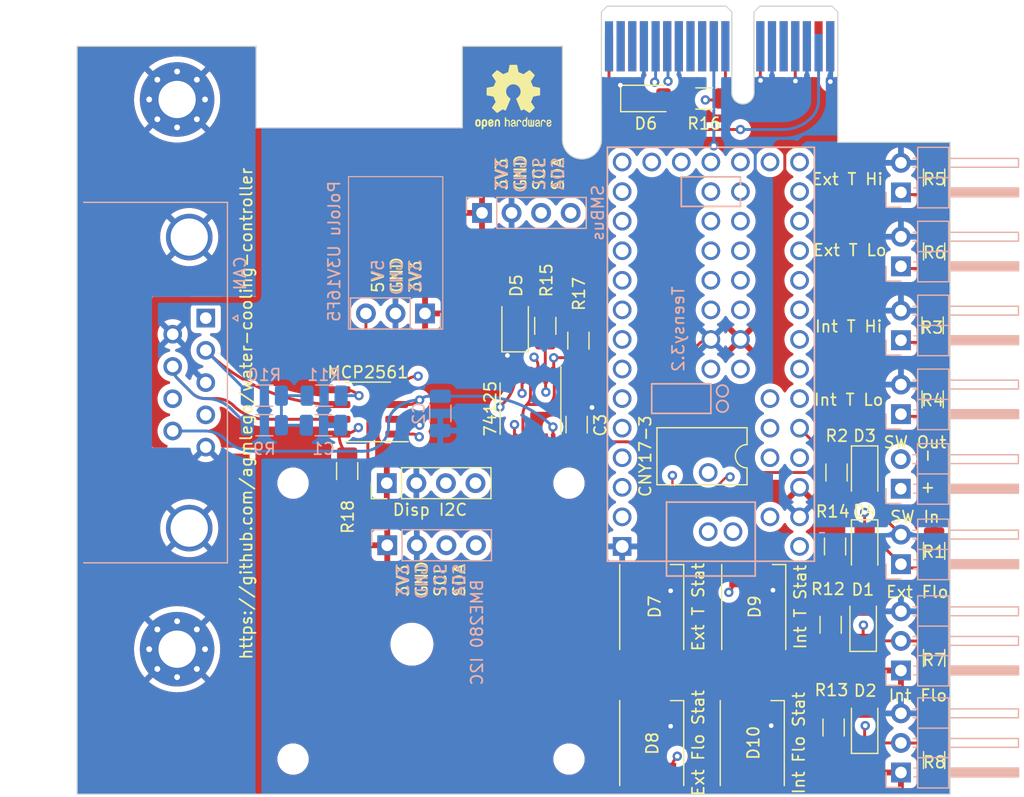
<source format=kicad_pcb>
(kicad_pcb (version 20240108) (generator "pcbnew") (generator_version "8.0")
  (layers (0 "F.Cu" signal) (1 "In1.Cu" signal) (2 "In2.Cu" signal) (31 "B.Cu" signal) (34 "B.Paste" user) (35 "F.Paste" user) (36 "B.SilkS" user "B.Silkscreen") (37 "F.SilkS" user "F.Silkscreen") (38 "B.Mask" user) (39 "F.Mask" user) (44 "Edge.Cuts" user))
  (net 0 "")
  (net 1 "GND")
  (net 2 "Net-(C1-Pad2)")
  (net 3 "+5V")
  (net 4 "EXT_FLOW")
  (net 5 "Net-(D1-A)")
  (net 6 "INT_FLOW")
  (net 7 "Net-(D2-A)")
  (net 8 "Net-(D3-A)")
  (net 9 "FP_PWR_IN")
  (net 10 "Net-(D4-A)")
  (net 11 "Net-(D5-A)")
  (net 12 "Net-(D6-A)")
  (net 13 "Net-(D7-DOUT)")
  (net 14 "Net-(D7-DIN)")
  (net 15 "Net-(D8-DOUT)")
  (net 16 "Net-(D10-DIN)")
  (net 18 "Earth")
  (net 19 "/#PRSNT")
  (net 26 "#PERST")
  (net 31 "SMCLK")
  (net 32 "SMDAT")
  (net 34 "+3.3V")
  (net 40 "/CAN_L")
  (net 41 "unconnected-(J2-Pad4)")
  (net 42 "/CAN_H")
  (net 44 "INT_TEMP_HI")
  (net 45 "GNDA")
  (net 46 "INT_TEMP_LO")
  (net 47 "EXT_TEMP_HI")
  (net 48 "EXT_TEMP_LO")
  (net 49 "I2C_SCL")
  (net 50 "I2C_SDA")
  (net 51 "/FP_PWR+")
  (net 52 "/FP_PWR-")
  (net 53 "FP_PWR_OUT")
  (net 54 "Net-(U2-SPLIT)")
  (net 55 "Net-(U1-2)")
  (net 56 "Net-(U1-5_TX1_PWM)")
  (net 57 "/CAN.STDBY")
  (net 74 "Net-(U1-7_RX3_DOUT)")
  (net 75 "/CAN.RX")
  (net 76 "Net-(U1-3_TX_PWM)")
  (net 92 "/CAN.TX")
  (footprint "Resistor_SMD:R_1206_3216Metric" (layer "F.Cu") (at 169.037 99.695 90)
    (property "Reference" "R12")
    (property "Value" "220" (hide yes))
  )
  (footprint "Resistor_SMD:R_1206_3216Metric" (layer "F.Cu") (at 177.927 102.5505 90)
    (property "Reference" "R7")
    (property "Value" "10k" (hide yes))
  )
  (footprint "Resistor_SMD:R_1206_3216Metric" (layer "F.Cu") (at 177.927 111.3175 90)
    (property "Reference" "R8")
    (property "Value" "10k" (hide yes))
  )
  (footprint "LED_SMD:LED_1206_3216Metric" (layer "F.Cu") (at 171.958 86.614 -90)
    (property "Reference" "D3")
    (property "Value" "GREEN" (hide yes))
  )
  (footprint "Package_DIP:SMDIP-6_W7.62mm" (layer "F.Cu") (at 157.988 85.217 -90)
    (property "Reference" "U3" (hide yes))
    (property "Value" "CNY17-3")
  )
  (footprint "Resistor_SMD:R_1206_3216Metric" (layer "F.Cu") (at 177.927 93.345 -90)
    (property "Reference" "R1")
    (property "Value" "10k" (hide yes))
  )
  (footprint "Resistor_SMD:R_1206_3216Metric" (layer "F.Cu") (at 177.8 73.9755 -90)
    (property "Reference" "R3")
    (property "Value" "100k" (hide yes))
  )
  (footprint "Resistor_SMD:R_1206_3216Metric" (layer "F.Cu") (at 147.3708 75.2856 -90)
    (property "Reference" "R17")
    (property "Value" "10k" (hide yes))
  )
  (footprint "LED_SMD:LED_WS2812B_PLCC4_5.0x5.0mm_P3.2mm" (layer "F.Cu") (at 162.433 98.171 90)
    (property "Reference" "D9")
    (property "Value" "Int T Stat")
  )
  (footprint "Package_SO:SOIC-8_3.9x4.9mm_P1.27mm" (layer "F.Cu") (at 129.286 81.407 180)
    (property "Reference" "U2" (hide yes))
    (property "Value" "MCP2561")
  )
  (footprint "MountingHole:MountingHole_2.2mm_M2" (layer "F.Cu") (at 146.5616 111.2284)
    (property "Reference" "H6" (hide yes))
    (property "Value" "OLED" (hide yes))
  )
  (footprint "Resistor_SMD:R_1206_3216Metric" (layer "F.Cu") (at 169.545 86.614 90)
    (property "Reference" "R2")
    (property "Value" "200" (hide yes))
  )
  (footprint "Resistor_SMD:R_1206_3216Metric" (layer "F.Cu") (at 158.1765 54.483 180)
    (property "Reference" "R16")
    (property "Value" "220" (hide yes))
  )
  (footprint "Resistor_SMD:R_1206_3216Metric" (layer "F.Cu") (at 177.927 61.2755 -90)
    (property "Reference" "R5")
    (property "Value" "100k" (hide yes))
  )
  (footprint "Resistor_SMD:R_1206_3216Metric" (layer "F.Cu") (at 177.927 67.6255 -90)
    (property "Reference" "R6")
    (property "Value" "100k" (hide yes))
  )
  (footprint "LED_SMD:LED_1206_3216Metric" (layer "F.Cu") (at 153.289 54.483)
    (property "Reference" "D6")
    (property "Value" "GREEN" (hide yes))
  )
  (footprint "Capacitor_SMD:C_1206_3216Metric" (layer "F.Cu") (at 147.2184 82.4992 90)
    (property "Reference" "C3")
    (property "Value" "0.1uF" (hide yes))
  )
  (footprint "MountingHole:MountingHole_3.2mm_M3_Pad_Via" (layer "F.Cu") (at 112.9 54.57)
    (property "Reference" "H1" (hide yes))
    (property "Value" "PCIe Bracket" (hide yes))
  )
  (footprint "Connector_PinHeader_2.54mm:PinHeader_1x04_P2.54mm_Vertical" (layer "F.Cu") (at 130.9116 87.5284 90)
    (property "Reference" "J8" (hide yes))
    (property "Value" "Disp I2C")
  )
  (footprint "Symbol:OSHW-Logo2_7.3x6mm_SilkScreen" (layer "F.Cu") (at 141.7828 54.356)
    (property "Reference" "REF**" (hide yes))
    (property "Value" "OSHW-Logo2_7.3x6mm_SilkScreen" (hide yes))
  )
  (footprint "MountingHole:MountingHole_2.2mm_M2" (layer "F.Cu") (at 146.5616 87.5284)
    (property "Reference" "H4" (hide yes))
    (property "Value" "OLED" (hide yes))
  )
  (footprint "MountingHole:MountingHole_2.2mm_M2" (layer "F.Cu") (at 122.8616 111.2284)
    (property "Reference" "H5" (hide yes))
    (property "Value" "OLED" (hide yes))
  )
  (footprint "MountingHole:MountingHole_2.2mm_M2" (layer "F.Cu") (at 122.8616 87.5284)
    (property "Reference" "H3" (hide yes))
    (property "Value" "OLED" (hide yes))
  )
  (footprint "LED_SMD:LED_WS2812B_PLCC4_5.0x5.0mm_P3.2mm" (layer "F.Cu") (at 153.67 109.855 90)
    (property "Reference" "D8")
    (property "Value" "Ext Flo Stat")
  )
  (footprint "LED_SMD:LED_WS2812B_PLCC4_5.0x5.0mm_P3.2mm" (layer "F.Cu") (at 153.67 98.171 90)
    (property "Reference" "D7")
    (property "Value" "Ext T Stat")
  )
  (footprint "Resistor_SMD:R_1206_3216Metric" (layer "F.Cu") (at 169.291 108.5195 90)
    (property "Reference" "R13")
    (property "Value" "220" (hide yes))
  )
  (footprint "Resistor_SMD:R_1206_3216Metric" (layer "F.Cu") (at 127.508 86.487 90)
    (property "Reference" "R18")
    (property "Value" "10k" (hide yes))
  )
  (footprint "LED_SMD:LED_1206_3216Metric" (layer "F.Cu") (at 171.831 99.695 90)
    (property "Reference" "D1")
    (property "Value" "GREEN" (hide yes))
  )
  (footprint "LED_SMD:LED_1206_3216Metric" (layer "F.Cu") (at 141.9352 73.9648 90)
    (property "Reference" "D5")
    (property "Value" "GREEN" (hide yes))
  )
  (footprint "Package_SO:TSSOP-14_4.4x5mm_P0.65mm" (layer "F.Cu") (at 143.256 81.1276 -90)
    (property "Reference" "U5" (hide yes))
    (property "Value" "74125")
  )
  (footprint "LED_SMD:LED_1206_3216Metric" (layer "F.Cu") (at 171.958 108.458 90)
    (property "Reference" "D2")
    (property "Value" "GREEN" (hide yes))
  )
  (footprint "LED_SMD:LED_1206_3216Metric" (layer "F.Cu") (at 171.958 92.964 -90)
    (property "Reference" "D4")
    (property "Value" "GREEN" (hide yes))
  )
  (footprint "Resistor_SMD:R_1206_3216Metric" (layer "F.Cu") (at 169.418 92.964 -90)
    (property "Reference" "R14")
    (property "Value" "220" (hide yes))
  )
  (footprint "LED_SMD:LED_WS2812B_PLCC4_5.0x5.0mm_P3.2mm" (layer "F.Cu") (at 162.306 109.855 90)
    (property "Reference" "D10")
    (property "Value" "Int Flo Stat")
  )
  (footprint "Resistor_SMD:R_1206_3216Metric" (layer "F.Cu") (at 177.8 80.3255 -90)
    (property "Reference" "R4")
    (property "Value" "100k" (hide yes))
  )
  (footprint "Resistor_SMD:R_1206_3216Metric" (layer "F.Cu") (at 144.526 74.0156 90)
    (property "Reference" "R15")
    (property "Value" "220" (hide yes))
  )
  (footprint "MountingHole:MountingHole_3.2mm_M3" (layer "F.Cu") (at 133.0706 101.3624)
    (property "Reference" "H7" (hide yes))
    (property "Value" "BME280" (hide yes))
  )
  (footprint "MountingHole:MountingHole_3.2mm_M3_Pad_Via" (layer "F.Cu") (at 112.9 101.79)
    (property "Reference" "H2" (hide yes))
    (property "Value" "PCIe Bracket" (hide yes))
  )
  (footprint "Connector_PinHeader_2.54mm:PinHeader_1x02_P2.54mm_Horizontal" (layer "B.Cu") (at 175.076 62.5505)
    (property "Reference" "J5" (hide yes))
    (property "Value" "Ext T Hi")
  )
  (footprint "Connector_Dsub:DSUB-9_Female_Horizontal_P2.77x2.84mm_EdgePinOffset7.70mm_Housed_MountingHolesOffset9.12mm" (layer "B.Cu") (at 115.362 73.35 90)
    (property "Reference" "J2" (hide yes))
    (property "Value" "CAN")
  )
  (footprint "Connector_PinHeader_2.54mm:PinHeader_1x02_P2.54mm_Horizontal" (layer "B.Cu") (at 175.076 94.488)
    (property "Reference" "J11" (hide yes))
    (property "Value" "SW In")
  )
  (footprint "Resistor_SMD:R_1206_3216Metric" (layer "B.Cu") (at 120.396 80.01 180)
    (property "Reference" "R10")
    (property "Value" "60" (hide yes))
  )
  (footprint "Connector_PinHeader_2.54mm:PinHeader_1x03_P2.54mm_Horizontal" (layer "B.Cu") (at 175.076 112.38)
    (property "Reference" "J9" (hide yes))
    (property "Value" "Int Flo")
  )
  (footprint "Connector_PinHeader_2.54mm:PinHeader_1x02_P2.54mm_Horizontal" (layer "B.Cu") (at 175.063 88.006)
    (property "Reference" "J12" (hide yes))
    (property "Value" "SW Out")
  )
  (footprint "Connector_PinHeader_2.54mm:PinHeader_1x03_P2.54mm_Vertical" (layer "B.Cu") (at 134.1986 72.9488 90)
    (property "Reference" "U4" (hide yes))
    (property "Value" "Pololu U3V16F5")
  )
  (footprint "Capacitor_SMD:C_1206_3216Metric" (layer "B.Cu") (at 135.509 81.534 -90)
    (property "Reference" "C2")
    (property "Value" "0.1uF")
  )
  (footprint "Connector_PinHeader_2.54mm:PinHeader_1x04_P2.54mm_Vertical" (layer "B.Cu") (at 139.0904 64.3128 -90)
    (property "Reference" "J13" (hide yes))
    (property "Value" "SMBus")
  )
  (footprint "Connector_PinHeader_2.54mm:PinHeader_1x03_P2.54mm_Horizontal" (layer "B.Cu") (at 175.076 103.617)
    (property "Reference" "J10" (hide yes))
    (property "Value" "Ext Flo")
  )
  (footprint "Connector_PinHeader_2.54mm:PinHeader_1x02_P2.54mm_Horizontal" (layer "B.Cu") (at 175.076 81.6005)
    (property "Reference" "J4" (hide yes))
    (property "Value" "Int T Lo")
  )
  (footprint "Capacitor_SMD:C_1206_3216Metric" (layer "B.Cu") (at 125.476 82.55 180)
    (property "Reference" "C1")
    (property "Value" "4700pF" (hide yes))
  )
  (footprint "Connector_PinHeader_2.54mm:PinHeader_1x04_P2.54mm_Vertical" (layer "B.Cu") (at 130.9506 92.8624 -90)
    (property "Reference" "J7" (hide yes))
    (property "Value" "BME280 I2C")
  )
  (footprint "Resistor_SMD:R_1206_3216Metric" (layer "B.Cu") (at 125.524214 80.01)
    (property "Reference" "R11")
    (property "Value" "300" (hide yes))
  )
  (footprint "Connector_PinHeader_2.54mm:PinHeader_1x02_P2.54mm_Horizontal" (layer "B.Cu") (at 175.076 68.9005)
    (property "Reference" "J6" (hide yes))
    (property "Value" "Ext T Lo")
  )
  (footprint "Resistor_SMD:R_1206_3216Metric" (layer "B.Cu") (at 120.396 82.55)
    (property "Reference" "R9")
    (property "Value" "60" (hide yes))
  )
  (footprint "Connector_PCBEdge:BUS_PCIexpress_x1" (layer "B.Cu") (at 150 50)
    (property "Reference" "J1" (hide yes))
    (property "Value" "Bus_PCI_Express_x1" (hide yes))
    (fp_line (start -0.65 -2.95) (end -0.15 -3.45) (stroke (width 0.1)) (layer "Edge.Cuts"))
    (fp_line (start -0.65 4.95) (end -0.65 -2.95) (stroke (width 0.1)) (layer "Edge.Cuts"))
    (fp_line (start -0.15 -3.45) (end 10.05 -3.45) (stroke (width 0.1)) (layer "Edge.Cuts"))
    (fp_line (start 10.55 -2.95) (end 10.05 -3.45) (stroke (width 0.1)) (layer "Edge.Cuts"))
    (fp_line (start 10.55 4) (end 10.55 -2.95) (stroke (width 0.1)) (layer "Edge.Cuts"))
    (fp_line (start 12.45 -2.95) (end 12.95 -3.45) (stroke (width 0.1)) (layer "Edge.Cuts"))
    (fp_line (start 12.45 4) (end 12.45 -2.95) (stroke (width 0.1)) (layer "Edge.Cuts"))
    (fp_line (start 12.95 -3.45) (end 19.15 -3.45) (stroke (width 0.1)) (layer "Edge.Cuts"))
    (fp_line (start 19.65 -2.95) (end 19.15 -3.45) (stroke (width 0.1)) (layer "Edge.Cuts"))
    (fp_line (start 19.65 4.95) (end 19.65 -2.95) (stroke (width 0.1)) (layer "Edge.Cuts"))
    (fp_arc (start 12.45 4) (mid 11.5 4.95) (end 10.55 4) (stroke (width 0.1)) (layer "Edge.Cuts"))
  )
  (footprint "teensy:Teensy30_31_32_All_Pins" (layer "B.Cu") (at 158.75 76.454 90)
    (property "Reference" "U1" (hide yes))
    (property "Value" "Teensy3.2")
  )
  (footprint "Connector_PinHeader_2.54mm:PinHeader_1x02_P2.54mm_Horizontal" (layer "B.Cu") (at 175.076 75.2505)
    (property "Reference" "J3" (hide yes))
    (property "Value" "Int T Hi")
  )
  (gr_rect (start 127.6236 61.1973) (end 135.7236 74.2973) (stroke (width 0.1)) (fill none) (layer "B.SilkS"))
  (gr_line (start 119.7 50) (end 119.7 57) (stroke (width 0.1)) (layer "Edge.Cuts"))
  (gr_line (start 104.3 50) (end 119.7 50) (stroke (width 0.1)) (layer "Edge.Cuts"))
  (gr_line (start 169.65 54.95) (end 169.65 58.25) (stroke (width 0.1)) (layer "Edge.Cuts"))
  (gr_line (start 137.4 57) (end 119.7 57) (stroke (width 0.1)) (layer "Edge.Cuts"))
  (gr_line (start 179.3 114.25) (end 179.3 58.25) (stroke (width 0.1)) (layer "Edge.Cuts"))
  (gr_line (start 146 50) (end 146 58) (stroke (width 0.1)) (layer "Edge.Cuts"))
  (gr_line (start 104.3 114.25) (end 179.3 114.25) (stroke (width 0.1)) (layer "Edge.Cuts"))
  (gr_arc (start 149.352 58) (mid 147.676 59.676) (end 146 58) (stroke (width 0.1)) (layer "Edge.Cuts"))
  (gr_line (start 149.352 58) (end 149.352 54.95) (stroke (width 0.1)) (layer "Edge.Cuts"))
  (gr_line (start 137.4 57) (end 137.4 50) (stroke (width 0.1)) (layer "Edge.Cuts"))
  (gr_line (start 104.3 50) (end 104.3 114.25) (stroke (width 0.1)) (layer "Edge.Cuts"))
  (gr_line (start 137.4 50) (end 146 50) (stroke (width 0.1)) (layer "Edge.Cuts"))
  (gr_line (start 179.3 58.25) (end 169.65 58.25) (stroke (width 0.1)) (layer "Edge.Cuts"))
  (gr_text "3V3\nGND\nSCL\nSDA" (at 146.2024 59.436 90) (layer "B.SilkS") (effects (font (size 1 1)) (justify left bottom mirror)))
  (gr_text "5V\nGND\n3V3" (at 133.9596 68.2244 90) (layer "B.SilkS") (effects (font (size 1 1)) (justify left bottom mirror)))
  (gr_text "3V3\nGND\nSCL\nSDA" (at 137.7188 94.3356 90) (layer "B.SilkS") (effects (font (size 1 1)) (justify left bottom mirror)))
  (gr_text "3V3\nGND\nSCL\nSDA" (at 137.7188 97.3836 90) (layer "F.SilkS") (effects (font (size 1 1)) (justify left bottom)))
  (gr_text "5V\nGND\n3V3" (at 133.9596 71.2724 90) (layer "F.SilkS") (effects (font (size 1 1)) (justify left bottom)))
  (gr_text "https://github.com/agmlego/water-cooling-controller" (at 119.4308 102.7684 90) (layer "F.SilkS") (effects (font (size 1 1)) (justify left bottom)))
  (gr_text "+  -" (at 177.9016 88.646 90) (layer "F.SilkS") (effects (font (size 1 1)) (justify left bottom)))
  (gr_text "3V3\nGND\nSCL\nSDA" (at 146.2024 62.484 90) (layer "F.SilkS") (effects (font (size 1 1)) (justify left bottom)))
  (segment (start 147.2184 81.0242) (end 148.534855 81.0242) (width 0.25) (layer "F.Cu") (net 1))
  (segment (start 175.076 91.948) (end 173.971318 90.843318) (width 0.25) (layer "F.Cu") (net 1))
  (segment (start 169 50) (end 169 53.007196) (width 0.25) (layer "F.Cu") (net 1))
  (segment (start 164.083 95.721) (end 164.083 96.720786) (width 0.25) (layer "F.Cu") (net 1))
  (segment (start 155.32 107.405) (end 155.32 108.348294) (width 0.25) (layer "F.Cu") (net 1))
  (segment (start 166 50) (end 166 52.949636) (width 0.25) (layer "F.Cu") (net 1))
  (segment (start 131.761 82.042) (end 132.50458 82.042) (width 0.25) (layer "F.Cu") (net 1))
  (segment (start 173.482 89.662) (end 173.482 87.385025) (width 0.25) (layer "F.Cu") (net 1))
  (segment (start 141.560151 76.27025) (end 141.2748 76.5556) (width 0.25) (layer "F.Cu") (net 1))
  (segment (start 158.75 75.184) (end 158.653815 75.184) (width 0.25) (layer "F.Cu") (net 1))
  (segment (start 163.956 107.405) (end 163.956 108.297494) (width 0.25) (layer "F.Cu") (net 1))
  (segment (start 157.226 76.79142) (end 157.226 79.56737) (width 0.25) (layer "F.Cu") (net 1))
  (segment (start 155.32 95.721) (end 155.32 96.715094) (width 0.25) (layer "F.Cu") (net 1))
  (segment (start 151.725234 54.087634) (end 150.9776 53.34) (width 0.25) (layer "F.Cu") (net 1))
  (segment (start 172.847 85.852) (end 172.386484 85.391484) (width 0.25) (layer "F.Cu") (net 1))
  (segment (start 141.306 78.2651) (end 141.306 76.630923) (width 0.25) (layer "F.Cu") (net 1))
  (segment (start 163 50) (end 163 52.892076) (width 0.25) (layer "F.Cu") (net 1))
  (segment (start 153 50) (end 153 51.800809) (width 0.25) (layer "F.Cu") (net 1))
  (via (at 155.2956 96.774) (size 0.8) (drill 0.4) (layers "F.Cu" "B.Cu") (net 1))
  (via (at 141.2748 76.5556) (size 0.8) (drill 0.4) (layers "F.Cu" "B.Cu") (net 1))
  (via (at 163.9316 108.3564) (size 0.8) (drill 0.4) (layers "F.Cu" "B.Cu") (net 1))
  (via (at 148.5392 81.026) (size 0.8) (drill 0.4) (layers "F.Cu" "B.Cu") (net 1))
  (via (at 166.0144 52.9844) (size 0.8) (drill 0.4) (layers "F.Cu" "B.Cu") (net 1))
  (via (at 150.9776 53.34) (size 0.8) (drill 0.4) (layers "F.Cu" "B.Cu") (net 1))
  (via (at 169.0116 53.0352) (size 0.8) (drill 0.4) (layers "F.Cu" "B.Cu") (net 1))
  (via (at 155.2956 108.4072) (size 0.8) (drill 0.4) (layers "F.Cu" "B.Cu") (net 1))
  (via (at 133.731 82.55) (size 0.8) (drill 0.4) (layers "F.Cu" "B.Cu") (net 1))
  (via (at 163.0172 52.9336) (size 0.8) (drill 0.4) (layers "F.Cu" "B.Cu") (net 1))
  (via (at 164.084 96.7232) (size 0.8) (drill 0.4) (layers "F.Cu" "B.Cu") (net 1))
  (arc (start 141.306 76.630923) (mid 141.297891 76.590158) (end 141.2748 76.5556) (width 0.25) (layer "F.Cu") (net 1))
  (arc (start 173.482 87.385025) (mid 173.316969 86.555358) (end 172.847 85.852) (width 0.25) (layer "F.Cu") (net 1))
  (arc (start 169 53.007196) (mid 169.003014 53.022351) (end 169.0116 53.0352) (width 0.25) (layer "F.Cu") (net 1))
  (arc (start 166 52.949636) (mid 166.003742 52.96845) (end 166.0144 52.9844) (width 0.25) (layer "F.Cu") (net 1))
  (arc (start 155.32 96.715094) (mid 155.313658 96.746973) (end 155.2956 96.774) (width 0.25) (layer "F.Cu") (net 1))
  (arc (start 155.32 108.348294) (mid 155.313658 108.380173) (end 155.2956 108.4072) (width 0.25) (layer "F.Cu") (net 1))
  (arc (start 172.386484 85.391484) (mid 172.189894 85.260126) (end 171.958 85.214) (width 0.25) (layer "F.Cu") (net 1))
  (arc (start 132.50458 82.042) (mid 133.168313 82.174025) (end 133.731 82.55) (width 0.25) (layer "F.Cu") (net 1))
  (arc (start 163.956 108.297494) (mid 163.949658 108.329373) (end 163.9316 108.3564) (width 0.25) (layer "F.Cu") (net 1))
  (arc (start 153 51.800809) (mid 152.711261 53.2524) (end 151.889 54.483) (width 0.25) (layer "F.Cu") (net 1))
  (arc (start 158.653815 75.184) (mid 158.156015 75.283018) (end 157.734 75.565) (width 0.25) (layer "F.Cu") (net 1))
  (arc (start 157.226 79.56737) (mid 157.424037 80.56297) (end 157.988 81.407) (width 0.25) (layer "F.Cu") (net 1))
  (arc (start 173.971318 90.843318) (mid 173.60917 90.301325) (end 173.482 89.662) (width 0.25) (layer "F.Cu") (net 1))
  (arc (start 141.9352 75.3648) (mid 141.837728 75.854826) (end 141.560151 76.27025) (width 0.25) (layer "F.Cu") (net 1))
  (arc (start 151.889 54.483) (mid 151.846439 54.269029) (end 151.725234 54.087634) (width 0.25) (layer "F.Cu") (net 1))
  (arc (start 163 52.892076) (mid 163.00447 52.914548) (end 163.0172 52.9336) (width 0.25) (layer "F.Cu") (net 1))
  (arc (start 157.734 75.565) (mid 157.358025 76.127686) (end 157.226 76.79142) (width 0.25) (layer "F.Cu") (net 1))
  (arc (start 148.534855 81.0242) (mid 148.537207 81.024668) (end 148.5392 81.026) (width 0.25) (layer "F.Cu") (net 1))
  (arc (start 164.083 96.720786) (mid 164.083259 96.722092) (end 164.084 96.7232) (width 0.25) (layer "F.Cu") (net 1))
  (segment (start 162.56 58.8264) (end 162.56 61.2648) (width 0.25) (layer "B.Cu") (net 1))
  (segment (start 166.6748 57.5056) (end 166.2684 57.912) (width 0.25) (layer "B.Cu") (net 1))
  (segment (start 166.2684 57.912) (end 164.4904 57.912) (width 0.25) (layer "B.Cu") (net 1))
  (segment (start 114.1476 72.136) (end 116.6368 72.136) (width 0.25) (layer "B.Cu") (net 1))
  (segment (start 121.8585 82.55) (end 124.001 82.55) (width 0.25) (layer "B.Cu") (net 2))
  (segment (start 121.8585 82.55) (end 121.8585 80.01) (width 0.25) (layer "B.Cu") (net 2))
  (segment (start 121.8585 80.01) (end 124.061714 80.01) (width 0.25) (layer "B.Cu") (net 2))
  (segment (start 157.8864 109.8804) (end 157.8864 98.8568) (width 0.25) (layer "F.Cu") (net 3))
  (segment (start 152.7048 99.314) (end 152.459962 99.558838) (width 0.25) (layer "F.Cu") (net 3))
  (segment (start 129.1186 72.9488) (end 129.1186 78.032557) (width 0.25) (layer "F.Cu") (net 3))
  (segment (start 160.656 112.305) (end 160.656 111.932555) (width 0.25) (layer "F.Cu") (net 3))
  (segment (start 129.8956 79.9084) (end 130.05082 80.06362) (width 0.25) (layer "F.Cu") (net 3))
  (segment (start 128.133659 87.9495) (end 127.508 87.9495) (width 0.25) (layer "F.Cu") (net 3))
  (segment (start 129.286 82.423) (end 129.286 86.710185) (width 0.25) (layer "F.Cu") (net 3))
  (segment (start 131.761 80.772) (end 131.02042 80.772) (width 0.25) (layer "F.Cu") (net 3))
  (segment (start 160.1216 110.6424) (end 160.006179 110.526979) (width 0.25) (layer "F.Cu") (net 3))
  (segment (start 158.89518 98.8568) (end 157.8864 98.8568) (width 0.25) (layer "F.Cu") (net 3))
  (segment (start 153.924 98.8568) (end 153.808578 98.8568) (width 0.25) (layer "F.Cu") (net 3))
  (segment (start 151.407273 83.9742) (end 147.2184 83.9742) (width 0.25) (layer "F.Cu") (net 3))
  (segment (start 129.794 81.28) (end 129.735013 81.338987) (width 0.25) (layer "F.Cu") (net 3))
  (segment (start 160.362413 99.605613) (end 160.1216 99.3648) (width 0.25) (layer "F.Cu") (net 3))
  (segment (start 153.924 98.8568) (end 153.924 86.134262) (width 0.25) (layer "F.Cu") (net 3))
  (segment (start 131.761 80.772) (end 132.811185 80.772) (width 0.25) (layer "F.Cu") (net 3))
  (segment (start 157.8864 98.8568) (end 153.924 98.8568) (width 0.25) (layer "F.Cu") (net 3))
  (segment (start 145.1864 82.7024) (end 145.1864 83.942782) (width 0.25) (layer "F.Cu") (net 3))
  (segment (start 158.4452 109.8804) (end 157.8864 109.8804) (width 0.25) (layer "F.Cu") (net 3))
  (segment (start 157.8864 109.8804) (end 154.053862 109.8804) (width 0.25) (layer "F.Cu") (net 3))
  (segment (start 152.02 112.092453) (end 152.02 112.305) (width 0.25) (layer "F.Cu") (net 3))
  (segment (start 147.2184 83.9742) (end 145.244385 83.9742) (width 0.25) (layer "F.Cu") (net 3))
  (via (at 145.1864 82.7024) (size 0.8) (drill 0.4) (layers "F.Cu" "B.Cu") (net 3))
  (via (at 133.731 80.391) (size 0.8) (drill 0.4) (layers "F.Cu" "B.Cu") (net 3))
  (arc (start 128.905 87.63) (mid 128.551106 87.866464) (end 128.133659 87.9495) (width 0.25) (layer "F.Cu") (net 3))
  (arc (start 153.808578 98.8568) (mid 153.211218 98.975622) (end 152.7048 99.314) (width 0.25) (layer "F.Cu") (net 3))
  (arc (start 145.244385 83.9742) (mid 145.223612 83.978332) (end 145.206 83.9901) (width 0.25) (layer "F.Cu") (net 3))
  (arc (start 160.006179 110.526979) (mid 159.289997 110.04844) (end 158.4452 109.8804) (width 0.25) (layer "F.Cu") (net 3))
  (arc (start 129.286 86.710185) (mid 129.186981 87.207985) (end 128.905 87.63) (width 0.25) (layer "F.Cu") (net 3))
  (arc (start 160.783 100.621) (mid 160.673693 100.071477) (end 160.362413 99.605613) (width 0.25) (layer "F.Cu") (net 3))
  (arc (start 152.7048 110.4392) (mid 152.197974 111.197719) (end 152.02 112.092453) (width 0.25) (layer "F.Cu") (net 3))
  (arc (start 129.735013 81.338987) (mid 129.402695 81.836336) (end 129.286 82.423) (width 0.25) (layer "F.Cu") (net 3))
  (arc (start 145.1864 83.942782) (mid 145.191494 83.96839) (end 145.206 83.9901) (width 0.25) (layer "F.Cu") (net 3))
  (arc (start 160.1216 99.3648) (mid 159.558914 98.988825) (end 158.89518 98.8568) (width 0.25) (layer "F.Cu") (net 3))
  (arc (start 153.924 86.134262) (mid 153.778773 85.404155) (end 153.3652 84.7852) (width 0.25) (layer "F.Cu") (net 3))
  (arc (start 132.811185 80.772) (mid 133.308985 80.672982) (end 133.731 80.391) (width 0.25) (layer "F.Cu") (net 3))
  (arc (start 130.05082 80.06362) (mid 130.835457 80.587898) (end 131.761 80.772) (width 0.25) (layer "F.Cu") (net 3))
  (arc (start 131.02042 80.772) (mid 130.356687 80.904024) (end 129.794 81.28) (width 0.25) (layer "F.Cu") (net 3))
  (arc (start 154.053862 109.8804) (mid 153.323755 110.025627) (end 152.7048 110.4392) (width 0.25) (layer "F.Cu") (net 3))
  (arc (start 160.656 111.932555) (mid 160.517115 111.234329) (end 160.1216 110.6424) (width 0.25) (layer "F.Cu") (net 3))
  (arc (start 153.3652 84.7852) (mid 152.466896 84.184972) (end 151.407273 83.9742) (width 0.25) (layer "F.Cu") (net 3))
  (arc (start 152.459962 99.558838) (mid 152.134342 100.046161) (end 152.02 100.621) (width 0.25) (layer "F.Cu") (net 3))
  (arc (start 129.1186 78.032557) (mid 129.320535 79.047755) (end 129.8956 79.9084) (width 0.25) (layer "F.Cu") (net 3))
  (segment (start 133.667435 80.391) (end 133.731 80.391) (width 0.25) (layer "B.Cu") (net 3))
  (segment (start 135.509 80.059) (end 134.532518 80.059) (width 0.25) (layer "B.Cu") (net 3))
  (segment (start 112.522 83.045) (end 115.294827 83.045) (width 0.25) (layer "B.Cu") (net 3))
  (segment (start 119.49604 84.7852) (end 128.860054 84.7852) (width 0.25) (layer "B.Cu") (net 3))
  (segment (start 135.509 80.059) (end 138.804668 80.059) (width 0.25) (layer "B.Cu") (net 3))
  (segment (start 131.064 82.653096) (end 131.064 82.383778) (width 0.25) (layer "B.Cu") (net 3))
  (arc (start 131.5212 81.28) (mid 132.505901 80.622044) (end 133.667435 80.391) (width 0.25) (layer "B.Cu") (net 3))
  (arc (start 131.064 82.383778) (mid 131.182822 81.786418) (end 131.5212 81.28) (width 0.25) (layer "B.Cu") (net 3))
  (arc (start 130.4544 84.1248) (mid 130.90557 83.449576) (end 131.064 82.653096) (width 0.25) (layer "B.Cu") (net 3))
  (arc (start 138.804668 80.059) (mid 142.258436 80.745997) (end 145.1864 82.7024) (width 0.25) (layer "B.Cu") (net 3))
  (arc (start 117.0432 83.7692) (mid 118.168573 84.52115) (end 119.49604 84.7852) (width 0.25) (layer "B.Cu") (net 3))
  (arc (start 134.532518 80.059) (mid 134.09874 80.145284) (end 133.731 80.391) (width 0.25) (layer "B.Cu") (net 3))
  (arc (start 128.860054 84.7852) (mid 129.722907 84.613568) (end 130.4544 84.1248) (width 0.25) (layer "B.Cu") (net 3))
  (arc (start 115.294827 83.045) (mid 116.241039 83.233214) (end 117.0432 83.7692) (width 0.25) (layer "B.Cu") (net 3))
  (segment (start 171.831 101.095) (end 171.831 99.781721) (width 0.25) (layer "F.Cu") (net 4))
  (segment (start 177.927 101.088) (end 175.102556 101.088) (width 0.25) (layer "F.Cu") (net 4))
  (segment (start 175.076 101.077) (end 171.874455 101.077) (width 0.25) (layer "F.Cu") (net 4))
  (via (at 171.8564 99.7204) (size 0.8) (drill 0.4) (layers "F.Cu" "B.Cu") (net 4))
  (arc (start 171.831 99.781721) (mid 171.837601 99.748535) (end 171.8564 99.7204) (width 0.25) (layer "F.Cu") (net 4))
  (arc (start 171.874455 101.077) (mid 171.850938 101.081678) (end 171.831 101.095) (width 0.25) (layer "F.Cu") (net 4))
  (arc (start 175.102556 101.088) (mid 175.088184 101.085141) (end 175.076 101.077) (width 0.25) (layer "F.Cu") (net 4))
  (segment (start 171.831 98.295) (end 169.187888 98.295) (width 0.25) (layer "F.Cu") (net 5))
  (arc (start 169.187888 98.295) (mid 169.106228 98.278757) (end 169.037 98.2325) (width 0.25) (layer "F.Cu") (net 5))
  (segment (start 171.958 109.858) (end 171.958 108.479042) (width 0.25) (layer "F.Cu") (net 6))
  (segment (start 177.927 109.855) (end 175.112213 109.855) (width 0.25) (layer "F.Cu") (net 6))
  (segment (start 175.076 109.84) (end 172.001455 109.84) (width 0.25) (layer "F.Cu") (net 6))
  (via (at 172.0088 108.3564) (size 0.8) (drill 0.4) (layers "F.Cu" "B.Cu") (net 6))
  (arc (start 171.958 108.479042) (mid 171.971202 108.412669) (end 172.0088 108.3564) (width 0.25) (layer "F.Cu") (net 6))
  (arc (start 175.112213 109.855) (mid 175.092615 109.851102) (end 175.076 109.84) (width 0.25) (layer "F.Cu") (net 6))
  (arc (start 172.001455 109.84) (mid 171.977938 109.844678) (end 171.958 109.858) (width 0.25) (layer "F.Cu") (net 6))
  (segment (start 171.958 107.058) (end 169.293414 107.058) (width 0.25) (layer "F.Cu") (net 7))
  (arc (start 169.293414 107.058) (mid 169.292108 107.057741) (end 169.291 107.057) (width 0.25) (layer "F.Cu") (net 7))
  (segment (start 160.528 81.407) (end 160.528 85.186185) (width 0.25) (layer "F.Cu") (net 8))
  (segment (start 162.13542 86.614) (end 166.878 86.614) (width 0.25) (layer "F.Cu") (net 8))
  (segment (start 168.93421 87.46571) (end 169.545 88.0765) (width 0.25) (layer "F.Cu") (net 8))
  (segment (start 171.958 88.014) (end 169.695888 88.014) (width 0.25) (layer "F.Cu") (net 8))
  (arc (start 166.878 86.614) (mid 167.990813 86.835352) (end 168.93421 87.46571) (width 0.25) (layer "F.Cu") (net 8))
  (arc (start 160.909 86.106) (mid 161.471687 86.481975) (end 162.13542 86.614) (width 0.25) (layer "F.Cu") (net 8))
  (arc (start 169.695888 88.014) (mid 169.614228 88.030243) (end 169.545 88.0765) (width 0.25) (layer "F.Cu") (net 8))
  (arc (start 160.528 85.186185) (mid 160.627019 85.683986) (end 160.909 86.106) (width 0.25) (layer "F.Cu") (net 8))
  (segment (start 175.076 94.488) (end 172.289179 91.701179) (width 0.25) (layer "F.Cu") (net 9))
  (segment (start 171.958 91.564) (end 171.958 90.043) (width 0.25) (layer "F.Cu") (net 9))
  (segment (start 177.927 94.8075) (end 175.847341 94.8075) (width 0.25) (layer "F.Cu") (net 9))
  (via (at 171.958 90.043) (size 0.8) (drill 0.4) (layers "F.Cu" "B.Cu") (net 9))
  (arc (start 175.847341 94.8075) (mid 175.429895 94.724465) (end 175.076 94.488) (width 0.25) (layer "F.Cu") (net 9))
  (arc (start 172.289179 91.701179) (mid 172.137234 91.599652) (end 171.958 91.564) (width 0.25) (layer "F.Cu") (net 9))
  (segment (start 171.958 94.364) (end 169.568888 94.364) (width 0.25) (layer "F.Cu") (net 10))
  (arc (start 169.568888 94.364) (mid 169.487228 94.380243) (end 169.418 94.4265) (width 0.25) (layer "F.Cu") (net 10))
  (segment (start 144.526 72.5531) (end 141.963446 72.5531) (width 0.25) (layer "F.Cu") (net 11))
  (arc (start 141.963446 72.5531) (mid 141.94816 72.55614) (end 141.9352 72.5648) (width 0.25) (layer "F.Cu") (net 11))
  (segment (start 154.689 54.483) (end 156.714 54.483) (width 0.25) (layer "F.Cu") (net 12))
  (segment (start 153.8224 103.7336) (end 153.341583 104.214417) (width 0.25) (layer "F.Cu") (net 13))
  (segment (start 154.178023 103.377978) (end 153.8224 103.7336) (width 0.25) (layer "F.Cu") (net 13))
  (arc (start 153.341583 104.214417) (mid 152.363468 105.678269) (end 152.02 107.405) (width 0.25) (layer "F.Cu") (net 13))
  (arc (start 155.32 100.621) (mid 155.02321 102.113065) (end 154.178023 103.377978) (width 0.25) (layer "F.Cu") (net 13))
  (segment (start 152.02 95.721) (end 144.384378 95.721) (width 0.25) (layer "F.Cu") (net 14))
  (segment (start 142.394954 94.896953) (end 142.1892 94.6912) (width 0.25) (layer "F.Cu") (net 14))
  (segment (start 141.224 92.361002) (end 141.224 84.188065) (width 0.25) (layer "F.Cu") (net 14))
  (arc (start 141.224 84.188065) (mid 141.245311 84.080928) (end 141.306 83.9901) (width 0.25) (layer "F.Cu") (net 14))
  (arc (start 142.1892 94.6912) (mid 141.474848 93.622096) (end 141.224 92.361002) (width 0.25) (layer "F.Cu") (net 14))
  (arc (start 144.384378 95.721) (mid 143.307709 95.506837) (end 142.394954 94.896953) (width 0.25) (layer "F.Cu") (net 14))
  (via (at 160.290571 96.909829) (size 0.8) (drill 0.4) (layers "F.Cu" "B.Cu") (net 15))
  (via (at 155.866311 110.98609) (size 0.8) (drill 0.4) (layers "F.Cu" "B.Cu") (net 15))
  (arc (start 160.290571 96.909829) (mid 160.655022 96.36439) (end 160.783 95.721) (width 0.25) (layer "F.Cu") (net 15))
  (arc (start 155.32 112.305) (mid 155.461981 111.591211) (end 155.866311 110.98609) (width 0.25) (layer "F.Cu") (net 15))
  (segment (start 162.923062 103.421338) (end 161.86982 104.47458) (width 0.25) (layer "F.Cu") (net 16))
  (arc (start 161.86982 104.47458) (mid 160.971461 105.819068) (end 160.656 107.405) (width 0.25) (layer "F.Cu") (net 16))
  (arc (start 164.083 100.621) (mid 163.781542 102.136532) (end 162.923062 103.421338) (width 0.25) (layer "F.Cu") (net 16))
  (segment (start 150 50.55) (end 150 54.88636) (width 0.25) (layer "F.Cu") (net 19))
  (segment (start 152.46163 57.15) (end 161.29 57.15) (width 0.25) (layer "F.Cu") (net 19))
  (via (at 161.29 57.15) (size 0.8) (drill 0.4) (layers "F.Cu" "B.Cu") (net 19))
  (arc (start 150.622 56.388) (mid 151.466029 56.951963) (end 152.46163 57.15) (width 0.25) (layer "F.Cu") (net 19))
  (arc (start 150 54.88636) (mid 150.161652 55.699042) (end 150.622 56.388) (width 0.25) (layer "F.Cu") (net 19))
  (segment (start 164.93316 57.15) (end 161.29 57.15) (width 0.25) (layer "B.Cu") (net 19))
  (segment (start 168 50.55) (end 168 54.651673) (width 0.25) (layer "B.Cu") (net 19))
  (arc (start 168 54.651673) (mid 167.840427 55.453902) (end 167.386 56.134) (width 0.25) (layer "B.Cu") (net 19))
  (arc (start 167.386 56.134) (mid 166.260627 56.88595) (end 164.93316 57.15) (width 0.25) (layer "B.Cu") (net 19))
  (segment (start 160 50) (end 160 53.611469) (width 0.25) (layer "F.Cu") (net 26))
  (segment (start 158.2795 54.61) (end 159.332395 54.61) (width 0.25) (layer "F.Cu") (net 26))
  (via (at 158.2795 54.61) (size 0.8) (drill 0.4) (layers "F.Cu" "B.Cu") (net 26))
  (arc (start 160 53.611469) (mid 159.906179 54.083138) (end 159.639 54.483) (width 0.25) (layer "F.Cu") (net 26))
  (arc (start 159.332395 54.61) (mid 159.498328 54.576994) (end 159.639 54.483) (width 0.25) (layer "F.Cu") (net 26))
  (via (at 153.924 53.086) (size 0.8) (drill 0.4) (layers "F.Cu" "B.Cu") (net 31))
  (segment (start 154 50) (end 154 52.90252) (width 0.25) (layer "B.Cu") (net 31))
  (arc (start 154 52.90252) (mid 153.980248 53.001818) (end 153.924 53.086) (width 0.25) (layer "B.Cu") (net 31))
  (via (at 155.067301 53.008506) (size 0.8) (drill 0.4) (layers "F.Cu" "B.Cu") (net 32))
  (segment (start 155.067301 53.008506) (end 155.067301 50.162478) (width 0.25) (layer "B.Cu") (net 32))
  (arc (start 155.067301 50.162478) (mid 155.04981 50.074546) (end 155 50) (width 0.25) (layer "B.Cu") (net 32))
  (segment (start 143.906 83.9901) (end 143.906 82.524307) (width 0.25) (layer "F.Cu") (net 34))
  (segment (start 165.1 58.166) (end 165.1 61.6204) (width 0.25) (layer "F.Cu") (net 34))
  (segment (start 143.906 83.9901) (end 143.906 85.449666) (width 0.25) (layer "F.Cu") (net 34))
  (via (at 159.004 58.547) (size 0.8) (drill 0.4) (layers "F.Cu" "B.Cu") (net 34))
  (arc (start 143.906 82.524307) (mid 143.908703 82.51072) (end 143.9164 82.4992) (width 0.25) (layer "F.Cu") (net 34))
  (arc (start 143.906 85.449666) (mid 143.8955 85.502451) (end 143.8656 85.5472) (width 0.25) (layer "F.Cu") (net 34))
  (segment (start 159.004 58.547) (end 159.004 50.009656) (width 0.25) (layer "B.Cu") (net 34))
  (arc (start 159.004 50.009656) (mid 159.002965 50.00443) (end 159 50) (width 0.25) (layer "B.Cu") (net 34))
  (segment (start 126.811 80.772) (end 126.592921 80.772) (width 0.25) (layer "F.Cu") (net 40))
  (arc (start 126.592921 80.772) (mid 120.514791 79.562984) (end 115.362 76.12) (width 0.25) (layer "F.Cu") (net 40))
  (segment (start 118.708286 79.466287) (end 115.362 76.12) (width 0.25) (layer "B.Cu") (net 40))
  (arc (start 118.9335 80.01) (mid 118.874969 79.715744) (end 118.708286 79.466287) (width 0.25) (layer "B.Cu") (net 40))
  (segment (start 115.362 81.189) (end 115.474063 81.189) (width 0.25) (layer "B.Cu") (net 41))
  (segment (start 116.282696 80.264) (end 115.37402 80.264) (width 0.25) (layer "F.Cu") (net 42))
  (segment (start 114.1476 79.756) (end 112.964225 78.572625) (width 0.25) (layer "F.Cu") (net 42))
  (segment (start 126.811 82.042) (end 120.575167 82.042) (width 0.25) (layer "F.Cu") (net 42))
  (arc (start 120.575167 82.042) (mid 119.048579 81.738343) (end 117.7544 80.8736) (width 0.25) (layer "F.Cu") (net 42))
  (arc (start 115.37402 80.264) (mid 114.710287 80.131975) (end 114.1476 79.756) (width 0.25) (layer "F.Cu") (net 42))
  (arc (start 112.964225 78.572625) (mid 112.636931 78.082794) (end 112.522 77.505) (width 0.25) (layer "F.Cu") (net 42))
  (arc (start 117.7544 80.8736) (mid 117.079176 80.42243) (end 116.282696 80.264) (width 0.25) (layer "F.Cu") (net 42))
  (segment (start 118.9335 82.55) (end 117.517171 81.133671) (width 0.25) (layer "B.Cu") (net 42))
  (segment (start 114.1984 79.8068) (end 112.964225 78.572625) (width 0.25) (layer "B.Cu") (net 42))
  (segment (start 115.4176 80.264) (end 115.302178 80.264) (width 0.25) (layer "B.Cu") (net 42))
  (arc (start 112.964225 78.572625) (mid 112.636931 78.082794) (end 112.522 77.505) (width 0.25) (layer "B.Cu") (net 42))
  (arc (start 117.517171 81.133671) (mid 116.55388 80.49002) (end 115.4176 80.264) (width 0.25) (layer "B.Cu") (net 42))
  (arc (start 115.302178 80.264) (mid 114.704818 80.145178) (end 114.1984 79.8068) (width 0.25) (layer "B.Cu") (net 42))
  (segment (start 177.8 75.438) (end 175.528665 75.438) (width 0.25) (layer "F.Cu") (net 44))
  (arc (start 175.528665 75.438) (mid 175.283684 75.38927) (end 175.076 75.2505) (width 0.25) (layer "F.Cu") (net 44))
  (segment (start 177.8 81.788) (end 175.528665 81.788) (width 0.25) (layer "F.Cu") (net 46))
  (arc (start 175.528665 81.788) (mid 175.283684 81.73927) (end 175.076 81.6005) (width 0.25) (layer "F.Cu") (net 46))
  (segment (start 175.528665 62.738) (end 177.927 62.738) (width 0.25) (layer "F.Cu") (net 47))
  (arc (start 175.076 62.5505) (mid 175.283684 62.68927) (end 175.528665 62.738) (width 0.25) (layer "F.Cu") (net 47))
  (segment (start 177.927 69.088) (end 175.528665 69.088) (width 0.25) (layer "F.Cu") (net 48))
  (arc (start 175.528665 69.088) (mid 175.283684 69.03927) (end 175.076 68.9005) (width 0.25) (layer "F.Cu") (net 48))
  (segment (start 160.401 86.995) (end 160.07 86.995) (width 0.2) (layer "F.Cu") (net 51))
  (segment (start 160.07 86.995) (end 158.073356 88.991644) (width 0.2) (layer "F.Cu") (net 51))
  (via (at 160.401 86.995) (size 0.8) (drill 0.4) (layers "F.Cu" "B.Cu") (net 51))
  (arc (start 158.073356 88.991644) (mid 158.034195 89.017811) (end 157.988 89.027) (width 0.2) (layer "F.Cu") (net 51))
  (segment (start 155.448 86.868) (end 155.448 89.027) (width 0.2) (layer "F.Cu") (net 52))
  (via (at 155.448 86.868) (size 0.8) (drill 0.4) (layers "F.Cu" "B.Cu") (net 52))
  (segment (start 166.37 82.804) (end 168.132369 84.566369) (width 0.25) (layer "F.Cu") (net 53))
  (arc (start 168.132369 84.566369) (mid 168.780489 84.999429) (end 169.545 85.1515) (width 0.25) (layer "F.Cu") (net 53))
  (segment (start 126.811 79.502) (end 127.29758 79.502) (width 0.25) (layer "F.Cu") (net 54))
  (via (at 128.524 80.01) (size 0.8) (drill 0.4) (layers "F.Cu" "B.Cu") (net 54))
  (arc (start 127.29758 79.502) (mid 127.961313 79.634025) (end 128.524 80.01) (width 0.25) (layer "F.Cu") (net 54))
  (segment (start 126.986714 80.01) (end 128.524 80.01) (width 0.25) (layer "B.Cu") (net 54))
  (segment (start 144.526 75.4781) (end 144.526 78.192674) (width 0.25) (layer "F.Cu") (net 55))
  (segment (start 144.556 78.2651) (end 144.556 79.654985) (width 0.25) (layer "F.Cu") (net 55))
  (via (at 144.5768 79.7052) (size 0.8) (drill 0.4) (layers "F.Cu" "B.Cu") (net 55))
  (arc (start 144.556 79.654985) (mid 144.561405 79.682161) (end 144.5768 79.7052) (width 0.25) (layer "F.Cu") (net 55))
  (arc (start 144.526 78.192674) (mid 144.533796 78.23187) (end 144.556 78.2651) (width 0.25) (layer "F.Cu") (net 55))
  (segment (start 145.206 78.2651) (end 145.3018 78.3609) (width 0.25) (layer "F.Cu") (net 56))
  (segment (start 144.615274 80.772) (end 142.9512 80.772) (width 0.25) (layer "F.Cu") (net 56))
  (segment (start 145.2505 76.7588) (end 145.2505 78.157668) (width 0.25) (layer "F.Cu") (net 56))
  (segment (start 147.3708 76.7481) (end 145.276332 76.7481) (width 0.25) (layer "F.Cu") (net 56))
  (segment (start 142.606 81.605386) (end 142.606 83.9901) (width 0.25) (layer "F.Cu") (net 56))
  (segment (start 143.256 78.2651) (end 143.256 80.036148) (width 0.25) (layer "F.Cu") (net 56))
  (segment (start 145.3018 78.3609) (end 145.3018 79.850432) (width 0.25) (layer "F.Cu") (net 56))
  (via (at 145.2505 76.7588) (size 0.8) (drill 0.4) (layers "F.Cu" "B.Cu") (net 56))
  (arc (start 144.9832 80.6196) (mid 144.814394 80.732393) (end 144.615274 80.772) (width 0.25) (layer "F.Cu") (net 56))
  (arc (start 143.256 80.036148) (mid 143.176785 80.434388) (end 142.9512 80.772) (width 0.25) (layer "F.Cu") (net 56))
  (arc (start 145.276332 76.7481) (mid 145.262352 76.750881) (end 145.2505 76.7588) (width 0.25) (layer "F.Cu") (net 56))
  (arc (start 145.3018 79.850432) (mid 145.218998 80.266702) (end 144.9832 80.6196) (width 0.25) (layer "F.Cu") (net 56))
  (arc (start 142.9512 80.772) (mid 142.695715 81.15436) (end 142.606 81.605386) (width 0.25) (layer "F.Cu") (net 56))
  (arc (start 145.2505 78.157668) (mid 145.238935 78.215809) (end 145.206 78.2651) (width 0.25) (layer "F.Cu") (net 56))
  (segment (start 126.811 83.312) (end 127.124138 83.312) (width 0.25) (layer "F.Cu") (net 57))
  (segment (start 143.906 78.2651) (end 143.906 77.469544) (width 0.25) (layer "F.Cu") (net 57))
  (segment (start 143.6116 76.7588) (end 143.5608 76.708) (width 0.25) (layer "F.Cu") (net 57))
  (segment (start 126.811 83.312) (end 126.811 83.341794) (width 0.25) (layer "F.Cu") (net 57))
  (via (at 143.5608 76.708) (size 0.8) (drill 0.4) (layers "F.Cu" "B.Cu") (net 57))
  (via (at 128.4732 82.7532) (size 0.8) (drill 0.4) (layers "F.Cu" "B.Cu") (net 57))
  (arc (start 126.811 83.341794) (mid 126.992144 84.252467) (end 127.508 85.0245) (width 0.25) (layer "F.Cu") (net 57))
  (arc (start 127.124138 83.312) (mid 127.854245 83.166773) (end 128.4732 82.7532) (width 0.25) (layer "F.Cu") (net 57))
  (arc (start 143.906 77.469544) (mid 143.829489 77.084893) (end 143.6116 76.7588) (width 0.25) (layer "F.Cu") (net 57))
  (segment (start 141.8815 82.4992) (end 141.8815 83.810242) (width 0.25) (layer "F.Cu") (net 74))
  (via (at 141.8815 82.4992) (size 0.8) (drill 0.4) (layers "F.Cu" "B.Cu") (net 74))
  (arc (start 141.8815 83.810242) (mid 141.900862 83.90758) (end 141.956 83.9901) (width 0.25) (layer "F.Cu") (net 74))
  (segment (start 132.452386 78.810614) (end 131.761 79.502) (width 0.25) (layer "F.Cu") (net 75))
  (via (at 133.604 78.3336) (size 0.8) (drill 0.4) (layers "F.Cu" "B.Cu") (net 75))
  (arc (start 133.604 78.3336) (mid 132.980751 78.457572) (end 132.452386 78.810614) (width 0.25) (layer "F.Cu") (net 75))
  (segment (start 142.5315 79.8068) (end 142.5315 78.444958) (width 0.25) (layer "F.Cu") (net 76))
  (via (at 142.5315 79.8068) (size 0.8) (drill 0.4) (layers "F.Cu" "B.Cu") (net 76))
  (arc (start 142.5315 78.444958) (mid 142.550862 78.34762) (end 142.606 78.2651) (width 0.25) (layer "F.Cu") (net 76))
  (segment (start 140.988324 80.601275) (end 140.8176 80.772) (width 0.25) (layer "F.Cu") (net 92))
  (segment (start 140.797093 80.821508) (end 140.631891 80.98671) (width 0.25) (layer "F.Cu") (net 92))
  (segment (start 131.761 83.312) (end 133.129279 83.312) (width 0.25) (layer "F.Cu") (net 92))
  (via (at 133.701616 83.54907) (size 0.8) (drill 0.4) (layers "F.Cu" "B.Cu") (net 92))
  (via (at 140.631891 80.98671) (size 0.8) (drill 0.4) (layers "F.Cu" "B.Cu") (net 92))
  (arc (start 141.956 78.2651) (mid 141.704509 79.529429) (end 140.988324 80.601275) (width 0.25) (layer "F.Cu") (net 92))
  (arc (start 140.8176 80.772) (mid 140.81227 80.798794) (end 140.797093 80.821508) (width 0.25) (layer "F.Cu") (net 92))
  (arc (start 133.129279 83.312) (mid 133.439025 83.373613) (end 133.701616 83.54907) (width 0.25) (layer "F.Cu") (net 92))
  (zone (net 34) (net_name "+3.3V") (layer "F.Cu") (priority 2) (connect_pads (clearance 0.5)) (min_thickness 0.25) (fill yes (thermal_gap 0.5) (thermal_bridge_width 0.5))
    (polygon (pts (xy 179.324 50.038) (xy 179.324 114.3) (xy 119.634 114.3) (xy 119.634 84.4804) (xy 110.744 84.4804) (xy 110.744 71.5264) (xy 119.634 71.5264) (xy 119.634 50.038)))
  )
  (zone (net 18) (net_name "Earth") (layers "F&B.Cu") (priority 1) (connect_pads (clearance 0.5)) (min_thickness 0.25) (fill yes (thermal_gap 0.5) (thermal_bridge_width 0.5))
    (polygon (pts (xy 119.634 50.038) (xy 119.634 71.5264) (xy 110.744 71.5264) (xy 110.744 84.4804) (xy 119.634 84.4804) (xy 119.634 114.3) (xy 104.14 114.3) (xy 104.14 50.038)))
  )
  (zone (net 45) (net_name "GNDA") (layer "B.Cu") (priority 3) (connect_pads (clearance 0.5)) (min_thickness 0.25) (fill yes (thermal_gap 0.5) (thermal_bridge_width 0.5))
    (polygon (pts (xy 179.324 58.166) (xy 179.324 91.313) (xy 164.592 91.313) (xy 164.592 58.166)))
  )
  (zone (net 1) (net_name "GND") (layer "B.Cu") (connect_pads (clearance 0.5)) (min_thickness 0.25) (fill yes (thermal_gap 0.5) (thermal_bridge_width 0.5))
    (polygon (pts (xy 119.634 50.038) (xy 179.324 50.038) (xy 179.324 58.166) (xy 164.592 58.166) (xy 164.592 91.313) (xy 179.324 91.313) (xy 179.324 114.3) (xy 119.634 114.3) (xy 119.634 84.4804) (xy 110.744 84.4804) (xy 110.744 71.5264) (xy 119.634 71.5264)))
  )
)
</source>
